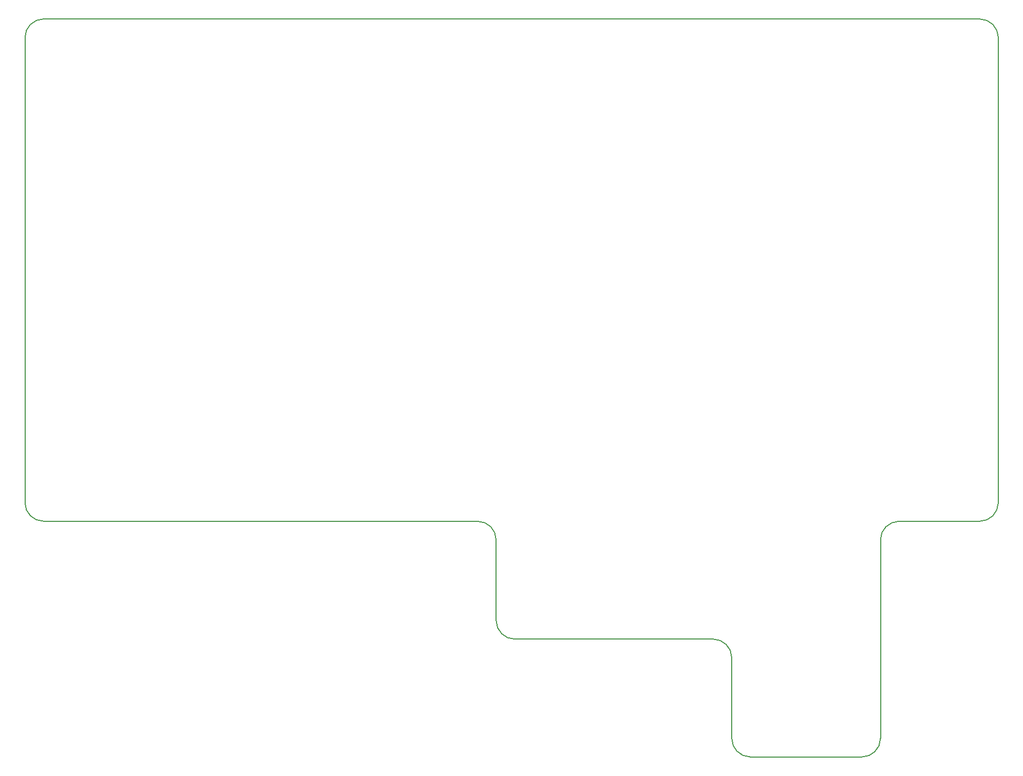
<source format=gbr>
%TF.GenerationSoftware,KiCad,Pcbnew,7.0.9*%
%TF.CreationDate,2024-11-16T13:28:33+01:00*%
%TF.ProjectId,ErgoBoard,4572676f-426f-4617-9264-2e6b69636164,rev?*%
%TF.SameCoordinates,Original*%
%TF.FileFunction,Profile,NP*%
%FSLAX46Y46*%
G04 Gerber Fmt 4.6, Leading zero omitted, Abs format (unit mm)*
G04 Created by KiCad (PCBNEW 7.0.9) date 2024-11-16 13:28:33*
%MOMM*%
%LPD*%
G01*
G04 APERTURE LIST*
%TA.AperFunction,Profile*%
%ADD10C,0.200000*%
%TD*%
G04 APERTURE END LIST*
D10*
X260239356Y-44799644D02*
G75*
G03*
X257239422Y-41799644I-2999956J44D01*
G01*
X103239356Y-119799644D02*
G75*
G03*
X106239422Y-122799644I3000044J44D01*
G01*
X103239422Y-119799644D02*
X103239422Y-44799644D01*
X106239422Y-122799644D02*
X176239422Y-122799644D01*
X106239422Y-41799622D02*
G75*
G03*
X103239422Y-44799644I-22J-2999978D01*
G01*
X257239422Y-122799622D02*
G75*
G03*
X260239422Y-119799644I-22J3000022D01*
G01*
X106239422Y-41799644D02*
X257239422Y-41799644D01*
X220239422Y-160799644D02*
X238239422Y-160799644D01*
X217239356Y-157799644D02*
G75*
G03*
X220239422Y-160799644I3000044J44D01*
G01*
X182239422Y-141799644D02*
X214239422Y-141799644D01*
X238239422Y-160799622D02*
G75*
G03*
X241239422Y-157799644I-22J3000022D01*
G01*
X244239422Y-122799644D02*
X257239422Y-122799644D01*
X217239422Y-144799644D02*
X217239422Y-157799644D01*
X260239422Y-119799644D02*
X260239422Y-44799644D01*
X179239422Y-125799644D02*
X179239422Y-138799644D01*
X241239422Y-157799644D02*
X241239422Y-125799644D01*
X179239356Y-125799644D02*
G75*
G03*
X176239422Y-122799644I-2999956J44D01*
G01*
X179239356Y-138799644D02*
G75*
G03*
X182239422Y-141799644I3000044J44D01*
G01*
X217239356Y-144799644D02*
G75*
G03*
X214239422Y-141799644I-2999956J44D01*
G01*
X244239422Y-122799622D02*
G75*
G03*
X241239422Y-125799644I-22J-2999978D01*
G01*
M02*

</source>
